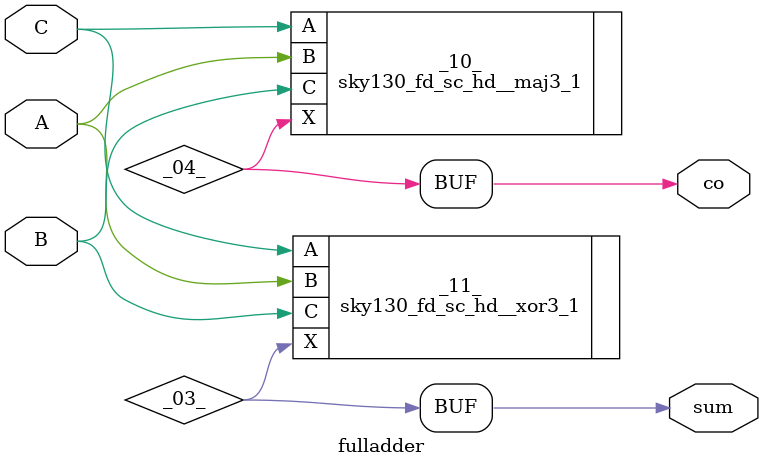
<source format=v>
/* Generated by Yosys 0.9 (git sha1 1979e0b) */

module fulladder(A, B, C, sum, co);
  wire _00_;
  wire _01_;
  wire _02_;
  wire _03_;
  wire _04_;
  wire _05_;
  wire _06_;
  wire _07_;
  wire _08_;
  wire _09_;
  input A;
  input B;
  input C;
  output co;
  output sum;
  wire w1;
  wire w2;
  wire w3;
  sky130_fd_sc_hd__maj3_1 _10_ (
    .A(_02_),
    .B(_00_),
    .C(_01_),
    .X(_04_)
  );
  sky130_fd_sc_hd__xor3_1 _11_ (
    .A(_02_),
    .B(_00_),
    .C(_01_),
    .X(_03_)
  );
  assign w1 = _07_;
  assign sum = _08_;
  assign co = _09_;
  assign w2 = _05_;
  assign w3 = _06_;
  assign _02_ = C;
  assign _00_ = A;
  assign _01_ = B;
  assign _09_ = _04_;
  assign _08_ = _03_;
endmodule

</source>
